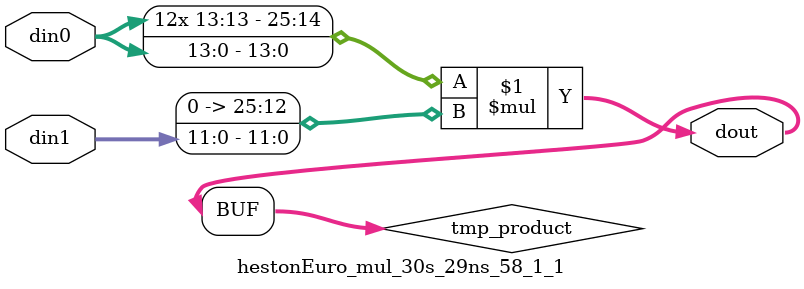
<source format=v>

`timescale 1 ns / 1 ps

  module hestonEuro_mul_30s_29ns_58_1_1(din0, din1, dout);
parameter ID = 1;
parameter NUM_STAGE = 0;
parameter din0_WIDTH = 14;
parameter din1_WIDTH = 12;
parameter dout_WIDTH = 26;

input [din0_WIDTH - 1 : 0] din0; 
input [din1_WIDTH - 1 : 0] din1; 
output [dout_WIDTH - 1 : 0] dout;

wire signed [dout_WIDTH - 1 : 0] tmp_product;












assign tmp_product = $signed(din0) * $signed({1'b0, din1});









assign dout = tmp_product;







endmodule

</source>
